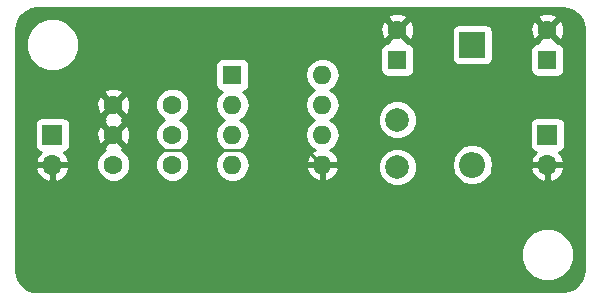
<source format=gbr>
G04 #@! TF.GenerationSoftware,KiCad,Pcbnew,(5.0.2)-1*
G04 #@! TF.CreationDate,2020-01-31T21:18:01-08:00*
G04 #@! TF.ProjectId,Sienc2020,5369656e-6332-4303-9230-2e6b69636164,rev?*
G04 #@! TF.SameCoordinates,Original*
G04 #@! TF.FileFunction,Copper,L2,Bot*
G04 #@! TF.FilePolarity,Positive*
%FSLAX46Y46*%
G04 Gerber Fmt 4.6, Leading zero omitted, Abs format (unit mm)*
G04 Created by KiCad (PCBNEW (5.0.2)-1) date 31-Jan-20 21:18:01*
%MOMM*%
%LPD*%
G01*
G04 APERTURE LIST*
G04 #@! TA.AperFunction,ComponentPad*
%ADD10R,1.600000X1.600000*%
G04 #@! TD*
G04 #@! TA.AperFunction,ComponentPad*
%ADD11O,1.600000X1.600000*%
G04 #@! TD*
G04 #@! TA.AperFunction,ComponentPad*
%ADD12C,2.000000*%
G04 #@! TD*
G04 #@! TA.AperFunction,ComponentPad*
%ADD13C,1.600000*%
G04 #@! TD*
G04 #@! TA.AperFunction,ComponentPad*
%ADD14R,2.200000X2.200000*%
G04 #@! TD*
G04 #@! TA.AperFunction,ComponentPad*
%ADD15O,2.200000X2.200000*%
G04 #@! TD*
G04 #@! TA.AperFunction,ComponentPad*
%ADD16R,1.700000X1.700000*%
G04 #@! TD*
G04 #@! TA.AperFunction,ComponentPad*
%ADD17O,1.700000X1.700000*%
G04 #@! TD*
G04 #@! TA.AperFunction,Conductor*
%ADD18C,0.250000*%
G04 #@! TD*
G04 #@! TA.AperFunction,Conductor*
%ADD19C,0.254000*%
G04 #@! TD*
G04 APERTURE END LIST*
D10*
G04 #@! TO.P,U1,1*
G04 #@! TO.N,Net-(C1-Pad1)*
X111760000Y-71120000D03*
D11*
G04 #@! TO.P,U1,5*
G04 #@! TO.N,GND*
X119380000Y-78740000D03*
G04 #@! TO.P,U1,2*
G04 #@! TO.N,Net-(C2-Pad1)*
X111760000Y-73660000D03*
G04 #@! TO.P,U1,6*
G04 #@! TO.N,Net-(D1-Pad2)*
X119380000Y-76200000D03*
G04 #@! TO.P,U1,3*
G04 #@! TO.N,Net-(C3-Pad1)*
X111760000Y-76200000D03*
G04 #@! TO.P,U1,7*
G04 #@! TO.N,Net-(C4-Pad2)*
X119380000Y-73660000D03*
G04 #@! TO.P,U1,4*
G04 #@! TO.N,Net-(C4-Pad1)*
X111760000Y-78740000D03*
G04 #@! TO.P,U1,8*
G04 #@! TO.N,Net-(C1-Pad1)*
X119380000Y-71120000D03*
G04 #@! TD*
D12*
G04 #@! TO.P,L1,1*
G04 #@! TO.N,Net-(C1-Pad1)*
X125730000Y-74930000D03*
G04 #@! TO.P,L1,2*
G04 #@! TO.N,Net-(D1-Pad2)*
X125730000Y-78930000D03*
G04 #@! TD*
D13*
G04 #@! TO.P,C1,2*
G04 #@! TO.N,GND*
X125730000Y-67350000D03*
D10*
G04 #@! TO.P,C1,1*
G04 #@! TO.N,Net-(C1-Pad1)*
X125730000Y-69850000D03*
G04 #@! TD*
G04 #@! TO.P,C5,1*
G04 #@! TO.N,Net-(C4-Pad2)*
X138430000Y-69850000D03*
D13*
G04 #@! TO.P,C5,2*
G04 #@! TO.N,GND*
X138430000Y-67350000D03*
G04 #@! TD*
D14*
G04 #@! TO.P,D1,1*
G04 #@! TO.N,Net-(C4-Pad2)*
X132080000Y-68580000D03*
D15*
G04 #@! TO.P,D1,2*
G04 #@! TO.N,Net-(D1-Pad2)*
X132080000Y-78740000D03*
G04 #@! TD*
D13*
G04 #@! TO.P,C2,1*
G04 #@! TO.N,Net-(C2-Pad1)*
X106680000Y-73660000D03*
G04 #@! TO.P,C2,2*
G04 #@! TO.N,GND*
X101680000Y-73660000D03*
G04 #@! TD*
G04 #@! TO.P,C3,2*
G04 #@! TO.N,GND*
X101680000Y-76200000D03*
G04 #@! TO.P,C3,1*
G04 #@! TO.N,Net-(C3-Pad1)*
X106680000Y-76200000D03*
G04 #@! TD*
G04 #@! TO.P,C4,1*
G04 #@! TO.N,Net-(C4-Pad1)*
X106680000Y-78740000D03*
G04 #@! TO.P,C4,2*
G04 #@! TO.N,Net-(C4-Pad2)*
X101680000Y-78740000D03*
G04 #@! TD*
D16*
G04 #@! TO.P,J1,1*
G04 #@! TO.N,Net-(C1-Pad1)*
X96520000Y-76200000D03*
D17*
G04 #@! TO.P,J1,2*
G04 #@! TO.N,GND*
X96520000Y-78740000D03*
G04 #@! TD*
G04 #@! TO.P,J2,2*
G04 #@! TO.N,GND*
X138430000Y-78740000D03*
D16*
G04 #@! TO.P,J2,1*
G04 #@! TO.N,Net-(C4-Pad2)*
X138430000Y-76200000D03*
G04 #@! TD*
D18*
G04 #@! TO.N,GND*
X101680000Y-76200000D02*
X100880001Y-75400001D01*
X100880001Y-74459999D02*
X101680000Y-73660000D01*
X100880001Y-75400001D02*
X100880001Y-74459999D01*
X102950000Y-77470000D02*
X101680000Y-76200000D01*
X119380000Y-78740000D02*
X118110000Y-77470000D01*
X115570000Y-77470000D02*
X115570000Y-69215000D01*
X115570000Y-77470000D02*
X102950000Y-77470000D01*
X118110000Y-77470000D02*
X115570000Y-77470000D01*
X115570000Y-69215000D02*
X123865000Y-69215000D01*
X124500000Y-68580000D02*
X125730000Y-67350000D01*
X123865000Y-69215000D02*
X124500000Y-68580000D01*
X137120000Y-66040000D02*
X138430000Y-67350000D01*
X127040000Y-66040000D02*
X125730000Y-67350000D01*
X131445000Y-66040000D02*
X127040000Y-66040000D01*
X131445000Y-66040000D02*
X137120000Y-66040000D01*
X140335000Y-69255000D02*
X138430000Y-67350000D01*
X138430000Y-78740000D02*
X140335000Y-78740000D01*
X140335000Y-78740000D02*
X140335000Y-69255000D01*
X99695000Y-75400001D02*
X100880001Y-75400001D01*
X99695000Y-77470000D02*
X99695000Y-75400001D01*
X96520000Y-78740000D02*
X98425000Y-78740000D01*
X98425000Y-78740000D02*
X99695000Y-77470000D01*
G04 #@! TD*
D19*
G04 #@! TO.N,GND*
G36*
X140153698Y-65542958D02*
X140578893Y-65711305D01*
X140948858Y-65980101D01*
X141240356Y-66332462D01*
X141435067Y-66746244D01*
X141527093Y-67228662D01*
X141530001Y-67321195D01*
X141530000Y-87585333D01*
X141467042Y-88083699D01*
X141298697Y-88508889D01*
X141029899Y-88878859D01*
X140677541Y-89170355D01*
X140263756Y-89365067D01*
X139781339Y-89457093D01*
X139688836Y-89460000D01*
X95294667Y-89460000D01*
X94796301Y-89397042D01*
X94371111Y-89228697D01*
X94001141Y-88959899D01*
X93709645Y-88607541D01*
X93514933Y-88193756D01*
X93422907Y-87711339D01*
X93420000Y-87618836D01*
X93420000Y-85915431D01*
X136195000Y-85915431D01*
X136195000Y-86804569D01*
X136535259Y-87626026D01*
X137163974Y-88254741D01*
X137985431Y-88595000D01*
X138874569Y-88595000D01*
X139696026Y-88254741D01*
X140324741Y-87626026D01*
X140665000Y-86804569D01*
X140665000Y-85915431D01*
X140324741Y-85093974D01*
X139696026Y-84465259D01*
X138874569Y-84125000D01*
X137985431Y-84125000D01*
X137163974Y-84465259D01*
X136535259Y-85093974D01*
X136195000Y-85915431D01*
X93420000Y-85915431D01*
X93420000Y-79096890D01*
X95078524Y-79096890D01*
X95248355Y-79506924D01*
X95638642Y-79935183D01*
X96163108Y-80181486D01*
X96393000Y-80060819D01*
X96393000Y-78867000D01*
X96647000Y-78867000D01*
X96647000Y-80060819D01*
X96876892Y-80181486D01*
X97401358Y-79935183D01*
X97791645Y-79506924D01*
X97961476Y-79096890D01*
X97840155Y-78867000D01*
X96647000Y-78867000D01*
X96393000Y-78867000D01*
X95199845Y-78867000D01*
X95078524Y-79096890D01*
X93420000Y-79096890D01*
X93420000Y-75350000D01*
X95022560Y-75350000D01*
X95022560Y-77050000D01*
X95071843Y-77297765D01*
X95212191Y-77507809D01*
X95422235Y-77648157D01*
X95525708Y-77668739D01*
X95248355Y-77973076D01*
X95078524Y-78383110D01*
X95199845Y-78613000D01*
X96393000Y-78613000D01*
X96393000Y-78593000D01*
X96647000Y-78593000D01*
X96647000Y-78613000D01*
X97840155Y-78613000D01*
X97923768Y-78454561D01*
X100245000Y-78454561D01*
X100245000Y-79025439D01*
X100463466Y-79552862D01*
X100867138Y-79956534D01*
X101394561Y-80175000D01*
X101965439Y-80175000D01*
X102492862Y-79956534D01*
X102896534Y-79552862D01*
X103115000Y-79025439D01*
X103115000Y-78454561D01*
X102896534Y-77927138D01*
X102492862Y-77523466D01*
X102379417Y-77476475D01*
X102434005Y-77453864D01*
X102508139Y-77207745D01*
X101680000Y-76379605D01*
X100851861Y-77207745D01*
X100925995Y-77453864D01*
X100984448Y-77474874D01*
X100867138Y-77523466D01*
X100463466Y-77927138D01*
X100245000Y-78454561D01*
X97923768Y-78454561D01*
X97961476Y-78383110D01*
X97791645Y-77973076D01*
X97514292Y-77668739D01*
X97617765Y-77648157D01*
X97827809Y-77507809D01*
X97968157Y-77297765D01*
X98017440Y-77050000D01*
X98017440Y-75983223D01*
X100233035Y-75983223D01*
X100260222Y-76553454D01*
X100426136Y-76954005D01*
X100672255Y-77028139D01*
X101500395Y-76200000D01*
X101859605Y-76200000D01*
X102687745Y-77028139D01*
X102933864Y-76954005D01*
X103126965Y-76416777D01*
X103099778Y-75846546D01*
X102933864Y-75445995D01*
X102687745Y-75371861D01*
X101859605Y-76200000D01*
X101500395Y-76200000D01*
X100672255Y-75371861D01*
X100426136Y-75445995D01*
X100233035Y-75983223D01*
X98017440Y-75983223D01*
X98017440Y-75350000D01*
X97968157Y-75102235D01*
X97827809Y-74892191D01*
X97617765Y-74751843D01*
X97370000Y-74702560D01*
X95670000Y-74702560D01*
X95422235Y-74751843D01*
X95212191Y-74892191D01*
X95071843Y-75102235D01*
X95022560Y-75350000D01*
X93420000Y-75350000D01*
X93420000Y-74667745D01*
X100851861Y-74667745D01*
X100925995Y-74913864D01*
X100967709Y-74928858D01*
X100925995Y-74946136D01*
X100851861Y-75192255D01*
X101680000Y-76020395D01*
X102508139Y-75192255D01*
X102434005Y-74946136D01*
X102392291Y-74931142D01*
X102434005Y-74913864D01*
X102508139Y-74667745D01*
X101680000Y-73839605D01*
X100851861Y-74667745D01*
X93420000Y-74667745D01*
X93420000Y-73443223D01*
X100233035Y-73443223D01*
X100260222Y-74013454D01*
X100426136Y-74414005D01*
X100672255Y-74488139D01*
X101500395Y-73660000D01*
X101859605Y-73660000D01*
X102687745Y-74488139D01*
X102933864Y-74414005D01*
X103126965Y-73876777D01*
X103103021Y-73374561D01*
X105245000Y-73374561D01*
X105245000Y-73945439D01*
X105463466Y-74472862D01*
X105867138Y-74876534D01*
X105996216Y-74930000D01*
X105867138Y-74983466D01*
X105463466Y-75387138D01*
X105245000Y-75914561D01*
X105245000Y-76485439D01*
X105463466Y-77012862D01*
X105867138Y-77416534D01*
X105996216Y-77470000D01*
X105867138Y-77523466D01*
X105463466Y-77927138D01*
X105245000Y-78454561D01*
X105245000Y-79025439D01*
X105463466Y-79552862D01*
X105867138Y-79956534D01*
X106394561Y-80175000D01*
X106965439Y-80175000D01*
X107492862Y-79956534D01*
X107896534Y-79552862D01*
X108115000Y-79025439D01*
X108115000Y-78454561D01*
X107896534Y-77927138D01*
X107492862Y-77523466D01*
X107363784Y-77470000D01*
X107492862Y-77416534D01*
X107896534Y-77012862D01*
X108115000Y-76485439D01*
X108115000Y-75914561D01*
X107896534Y-75387138D01*
X107492862Y-74983466D01*
X107363784Y-74930000D01*
X107492862Y-74876534D01*
X107896534Y-74472862D01*
X108115000Y-73945439D01*
X108115000Y-73660000D01*
X110296887Y-73660000D01*
X110408260Y-74219909D01*
X110725423Y-74694577D01*
X111077758Y-74930000D01*
X110725423Y-75165423D01*
X110408260Y-75640091D01*
X110296887Y-76200000D01*
X110408260Y-76759909D01*
X110725423Y-77234577D01*
X111077758Y-77470000D01*
X110725423Y-77705423D01*
X110408260Y-78180091D01*
X110296887Y-78740000D01*
X110408260Y-79299909D01*
X110725423Y-79774577D01*
X111200091Y-80091740D01*
X111618667Y-80175000D01*
X111901333Y-80175000D01*
X112319909Y-80091740D01*
X112794577Y-79774577D01*
X113111740Y-79299909D01*
X113153684Y-79089039D01*
X117988096Y-79089039D01*
X118148959Y-79477423D01*
X118524866Y-79892389D01*
X119030959Y-80131914D01*
X119253000Y-80010629D01*
X119253000Y-78867000D01*
X119507000Y-78867000D01*
X119507000Y-80010629D01*
X119729041Y-80131914D01*
X120235134Y-79892389D01*
X120611041Y-79477423D01*
X120771904Y-79089039D01*
X120649915Y-78867000D01*
X119507000Y-78867000D01*
X119253000Y-78867000D01*
X118110085Y-78867000D01*
X117988096Y-79089039D01*
X113153684Y-79089039D01*
X113223113Y-78740000D01*
X113111740Y-78180091D01*
X112794577Y-77705423D01*
X112442242Y-77470000D01*
X112794577Y-77234577D01*
X113111740Y-76759909D01*
X113223113Y-76200000D01*
X113111740Y-75640091D01*
X112794577Y-75165423D01*
X112442242Y-74930000D01*
X112794577Y-74694577D01*
X113111740Y-74219909D01*
X113223113Y-73660000D01*
X113111740Y-73100091D01*
X112794577Y-72625423D01*
X112673894Y-72544785D01*
X112807765Y-72518157D01*
X113017809Y-72377809D01*
X113158157Y-72167765D01*
X113207440Y-71920000D01*
X113207440Y-71120000D01*
X117916887Y-71120000D01*
X118028260Y-71679909D01*
X118345423Y-72154577D01*
X118697758Y-72390000D01*
X118345423Y-72625423D01*
X118028260Y-73100091D01*
X117916887Y-73660000D01*
X118028260Y-74219909D01*
X118345423Y-74694577D01*
X118697758Y-74930000D01*
X118345423Y-75165423D01*
X118028260Y-75640091D01*
X117916887Y-76200000D01*
X118028260Y-76759909D01*
X118345423Y-77234577D01*
X118729108Y-77490947D01*
X118524866Y-77587611D01*
X118148959Y-78002577D01*
X117988096Y-78390961D01*
X118110085Y-78613000D01*
X119253000Y-78613000D01*
X119253000Y-78593000D01*
X119507000Y-78593000D01*
X119507000Y-78613000D01*
X120649915Y-78613000D01*
X120654432Y-78604778D01*
X124095000Y-78604778D01*
X124095000Y-79255222D01*
X124343914Y-79856153D01*
X124803847Y-80316086D01*
X125404778Y-80565000D01*
X126055222Y-80565000D01*
X126656153Y-80316086D01*
X127116086Y-79856153D01*
X127365000Y-79255222D01*
X127365000Y-78740000D01*
X130311010Y-78740000D01*
X130445666Y-79416963D01*
X130829135Y-79990865D01*
X131403037Y-80374334D01*
X131909120Y-80475000D01*
X132250880Y-80475000D01*
X132756963Y-80374334D01*
X133330865Y-79990865D01*
X133714334Y-79416963D01*
X133778000Y-79096890D01*
X136988524Y-79096890D01*
X137158355Y-79506924D01*
X137548642Y-79935183D01*
X138073108Y-80181486D01*
X138303000Y-80060819D01*
X138303000Y-78867000D01*
X138557000Y-78867000D01*
X138557000Y-80060819D01*
X138786892Y-80181486D01*
X139311358Y-79935183D01*
X139701645Y-79506924D01*
X139871476Y-79096890D01*
X139750155Y-78867000D01*
X138557000Y-78867000D01*
X138303000Y-78867000D01*
X137109845Y-78867000D01*
X136988524Y-79096890D01*
X133778000Y-79096890D01*
X133848990Y-78740000D01*
X133714334Y-78063037D01*
X133330865Y-77489135D01*
X132756963Y-77105666D01*
X132250880Y-77005000D01*
X131909120Y-77005000D01*
X131403037Y-77105666D01*
X130829135Y-77489135D01*
X130445666Y-78063037D01*
X130311010Y-78740000D01*
X127365000Y-78740000D01*
X127365000Y-78604778D01*
X127116086Y-78003847D01*
X126656153Y-77543914D01*
X126055222Y-77295000D01*
X125404778Y-77295000D01*
X124803847Y-77543914D01*
X124343914Y-78003847D01*
X124095000Y-78604778D01*
X120654432Y-78604778D01*
X120771904Y-78390961D01*
X120611041Y-78002577D01*
X120235134Y-77587611D01*
X120030892Y-77490947D01*
X120414577Y-77234577D01*
X120731740Y-76759909D01*
X120843113Y-76200000D01*
X120731740Y-75640091D01*
X120414577Y-75165423D01*
X120062242Y-74930000D01*
X120414577Y-74694577D01*
X120474578Y-74604778D01*
X124095000Y-74604778D01*
X124095000Y-75255222D01*
X124343914Y-75856153D01*
X124803847Y-76316086D01*
X125404778Y-76565000D01*
X126055222Y-76565000D01*
X126656153Y-76316086D01*
X127116086Y-75856153D01*
X127325741Y-75350000D01*
X136932560Y-75350000D01*
X136932560Y-77050000D01*
X136981843Y-77297765D01*
X137122191Y-77507809D01*
X137332235Y-77648157D01*
X137435708Y-77668739D01*
X137158355Y-77973076D01*
X136988524Y-78383110D01*
X137109845Y-78613000D01*
X138303000Y-78613000D01*
X138303000Y-78593000D01*
X138557000Y-78593000D01*
X138557000Y-78613000D01*
X139750155Y-78613000D01*
X139871476Y-78383110D01*
X139701645Y-77973076D01*
X139424292Y-77668739D01*
X139527765Y-77648157D01*
X139737809Y-77507809D01*
X139878157Y-77297765D01*
X139927440Y-77050000D01*
X139927440Y-75350000D01*
X139878157Y-75102235D01*
X139737809Y-74892191D01*
X139527765Y-74751843D01*
X139280000Y-74702560D01*
X137580000Y-74702560D01*
X137332235Y-74751843D01*
X137122191Y-74892191D01*
X136981843Y-75102235D01*
X136932560Y-75350000D01*
X127325741Y-75350000D01*
X127365000Y-75255222D01*
X127365000Y-74604778D01*
X127116086Y-74003847D01*
X126656153Y-73543914D01*
X126055222Y-73295000D01*
X125404778Y-73295000D01*
X124803847Y-73543914D01*
X124343914Y-74003847D01*
X124095000Y-74604778D01*
X120474578Y-74604778D01*
X120731740Y-74219909D01*
X120843113Y-73660000D01*
X120731740Y-73100091D01*
X120414577Y-72625423D01*
X120062242Y-72390000D01*
X120414577Y-72154577D01*
X120731740Y-71679909D01*
X120843113Y-71120000D01*
X120731740Y-70560091D01*
X120414577Y-70085423D01*
X119939909Y-69768260D01*
X119521333Y-69685000D01*
X119238667Y-69685000D01*
X118820091Y-69768260D01*
X118345423Y-70085423D01*
X118028260Y-70560091D01*
X117916887Y-71120000D01*
X113207440Y-71120000D01*
X113207440Y-70320000D01*
X113158157Y-70072235D01*
X113017809Y-69862191D01*
X112807765Y-69721843D01*
X112560000Y-69672560D01*
X110960000Y-69672560D01*
X110712235Y-69721843D01*
X110502191Y-69862191D01*
X110361843Y-70072235D01*
X110312560Y-70320000D01*
X110312560Y-71920000D01*
X110361843Y-72167765D01*
X110502191Y-72377809D01*
X110712235Y-72518157D01*
X110846106Y-72544785D01*
X110725423Y-72625423D01*
X110408260Y-73100091D01*
X110296887Y-73660000D01*
X108115000Y-73660000D01*
X108115000Y-73374561D01*
X107896534Y-72847138D01*
X107492862Y-72443466D01*
X106965439Y-72225000D01*
X106394561Y-72225000D01*
X105867138Y-72443466D01*
X105463466Y-72847138D01*
X105245000Y-73374561D01*
X103103021Y-73374561D01*
X103099778Y-73306546D01*
X102933864Y-72905995D01*
X102687745Y-72831861D01*
X101859605Y-73660000D01*
X101500395Y-73660000D01*
X100672255Y-72831861D01*
X100426136Y-72905995D01*
X100233035Y-73443223D01*
X93420000Y-73443223D01*
X93420000Y-72652255D01*
X100851861Y-72652255D01*
X101680000Y-73480395D01*
X102508139Y-72652255D01*
X102434005Y-72406136D01*
X101896777Y-72213035D01*
X101326546Y-72240222D01*
X100925995Y-72406136D01*
X100851861Y-72652255D01*
X93420000Y-72652255D01*
X93420000Y-68135431D01*
X94285000Y-68135431D01*
X94285000Y-69024569D01*
X94625259Y-69846026D01*
X95253974Y-70474741D01*
X96075431Y-70815000D01*
X96964569Y-70815000D01*
X97786026Y-70474741D01*
X98414741Y-69846026D01*
X98744466Y-69050000D01*
X124282560Y-69050000D01*
X124282560Y-70650000D01*
X124331843Y-70897765D01*
X124472191Y-71107809D01*
X124682235Y-71248157D01*
X124930000Y-71297440D01*
X126530000Y-71297440D01*
X126777765Y-71248157D01*
X126987809Y-71107809D01*
X127128157Y-70897765D01*
X127177440Y-70650000D01*
X127177440Y-69050000D01*
X127128157Y-68802235D01*
X126987809Y-68592191D01*
X126777765Y-68451843D01*
X126543813Y-68405307D01*
X126558139Y-68357745D01*
X125730000Y-67529605D01*
X124901861Y-68357745D01*
X124916187Y-68405307D01*
X124682235Y-68451843D01*
X124472191Y-68592191D01*
X124331843Y-68802235D01*
X124282560Y-69050000D01*
X98744466Y-69050000D01*
X98755000Y-69024569D01*
X98755000Y-68135431D01*
X98414741Y-67313974D01*
X98233990Y-67133223D01*
X124283035Y-67133223D01*
X124310222Y-67703454D01*
X124476136Y-68104005D01*
X124722255Y-68178139D01*
X125550395Y-67350000D01*
X125909605Y-67350000D01*
X126737745Y-68178139D01*
X126983864Y-68104005D01*
X127176965Y-67566777D01*
X127172828Y-67480000D01*
X130332560Y-67480000D01*
X130332560Y-69680000D01*
X130381843Y-69927765D01*
X130522191Y-70137809D01*
X130732235Y-70278157D01*
X130980000Y-70327440D01*
X133180000Y-70327440D01*
X133427765Y-70278157D01*
X133637809Y-70137809D01*
X133778157Y-69927765D01*
X133827440Y-69680000D01*
X133827440Y-69050000D01*
X136982560Y-69050000D01*
X136982560Y-70650000D01*
X137031843Y-70897765D01*
X137172191Y-71107809D01*
X137382235Y-71248157D01*
X137630000Y-71297440D01*
X139230000Y-71297440D01*
X139477765Y-71248157D01*
X139687809Y-71107809D01*
X139828157Y-70897765D01*
X139877440Y-70650000D01*
X139877440Y-69050000D01*
X139828157Y-68802235D01*
X139687809Y-68592191D01*
X139477765Y-68451843D01*
X139243813Y-68405307D01*
X139258139Y-68357745D01*
X138430000Y-67529605D01*
X137601861Y-68357745D01*
X137616187Y-68405307D01*
X137382235Y-68451843D01*
X137172191Y-68592191D01*
X137031843Y-68802235D01*
X136982560Y-69050000D01*
X133827440Y-69050000D01*
X133827440Y-67480000D01*
X133778157Y-67232235D01*
X133711999Y-67133223D01*
X136983035Y-67133223D01*
X137010222Y-67703454D01*
X137176136Y-68104005D01*
X137422255Y-68178139D01*
X138250395Y-67350000D01*
X138609605Y-67350000D01*
X139437745Y-68178139D01*
X139683864Y-68104005D01*
X139876965Y-67566777D01*
X139849778Y-66996546D01*
X139683864Y-66595995D01*
X139437745Y-66521861D01*
X138609605Y-67350000D01*
X138250395Y-67350000D01*
X137422255Y-66521861D01*
X137176136Y-66595995D01*
X136983035Y-67133223D01*
X133711999Y-67133223D01*
X133637809Y-67022191D01*
X133427765Y-66881843D01*
X133180000Y-66832560D01*
X130980000Y-66832560D01*
X130732235Y-66881843D01*
X130522191Y-67022191D01*
X130381843Y-67232235D01*
X130332560Y-67480000D01*
X127172828Y-67480000D01*
X127149778Y-66996546D01*
X126983864Y-66595995D01*
X126737745Y-66521861D01*
X125909605Y-67350000D01*
X125550395Y-67350000D01*
X124722255Y-66521861D01*
X124476136Y-66595995D01*
X124283035Y-67133223D01*
X98233990Y-67133223D01*
X97786026Y-66685259D01*
X96964569Y-66345000D01*
X96075431Y-66345000D01*
X95253974Y-66685259D01*
X94625259Y-67313974D01*
X94285000Y-68135431D01*
X93420000Y-68135431D01*
X93420000Y-67354666D01*
X93482958Y-66856302D01*
X93651305Y-66431107D01*
X93715859Y-66342255D01*
X124901861Y-66342255D01*
X125730000Y-67170395D01*
X126558139Y-66342255D01*
X137601861Y-66342255D01*
X138430000Y-67170395D01*
X139258139Y-66342255D01*
X139184005Y-66096136D01*
X138646777Y-65903035D01*
X138076546Y-65930222D01*
X137675995Y-66096136D01*
X137601861Y-66342255D01*
X126558139Y-66342255D01*
X126484005Y-66096136D01*
X125946777Y-65903035D01*
X125376546Y-65930222D01*
X124975995Y-66096136D01*
X124901861Y-66342255D01*
X93715859Y-66342255D01*
X93920101Y-66061142D01*
X94272462Y-65769644D01*
X94686244Y-65574933D01*
X95168662Y-65482907D01*
X95261164Y-65480000D01*
X139655334Y-65480000D01*
X140153698Y-65542958D01*
X140153698Y-65542958D01*
G37*
X140153698Y-65542958D02*
X140578893Y-65711305D01*
X140948858Y-65980101D01*
X141240356Y-66332462D01*
X141435067Y-66746244D01*
X141527093Y-67228662D01*
X141530001Y-67321195D01*
X141530000Y-87585333D01*
X141467042Y-88083699D01*
X141298697Y-88508889D01*
X141029899Y-88878859D01*
X140677541Y-89170355D01*
X140263756Y-89365067D01*
X139781339Y-89457093D01*
X139688836Y-89460000D01*
X95294667Y-89460000D01*
X94796301Y-89397042D01*
X94371111Y-89228697D01*
X94001141Y-88959899D01*
X93709645Y-88607541D01*
X93514933Y-88193756D01*
X93422907Y-87711339D01*
X93420000Y-87618836D01*
X93420000Y-85915431D01*
X136195000Y-85915431D01*
X136195000Y-86804569D01*
X136535259Y-87626026D01*
X137163974Y-88254741D01*
X137985431Y-88595000D01*
X138874569Y-88595000D01*
X139696026Y-88254741D01*
X140324741Y-87626026D01*
X140665000Y-86804569D01*
X140665000Y-85915431D01*
X140324741Y-85093974D01*
X139696026Y-84465259D01*
X138874569Y-84125000D01*
X137985431Y-84125000D01*
X137163974Y-84465259D01*
X136535259Y-85093974D01*
X136195000Y-85915431D01*
X93420000Y-85915431D01*
X93420000Y-79096890D01*
X95078524Y-79096890D01*
X95248355Y-79506924D01*
X95638642Y-79935183D01*
X96163108Y-80181486D01*
X96393000Y-80060819D01*
X96393000Y-78867000D01*
X96647000Y-78867000D01*
X96647000Y-80060819D01*
X96876892Y-80181486D01*
X97401358Y-79935183D01*
X97791645Y-79506924D01*
X97961476Y-79096890D01*
X97840155Y-78867000D01*
X96647000Y-78867000D01*
X96393000Y-78867000D01*
X95199845Y-78867000D01*
X95078524Y-79096890D01*
X93420000Y-79096890D01*
X93420000Y-75350000D01*
X95022560Y-75350000D01*
X95022560Y-77050000D01*
X95071843Y-77297765D01*
X95212191Y-77507809D01*
X95422235Y-77648157D01*
X95525708Y-77668739D01*
X95248355Y-77973076D01*
X95078524Y-78383110D01*
X95199845Y-78613000D01*
X96393000Y-78613000D01*
X96393000Y-78593000D01*
X96647000Y-78593000D01*
X96647000Y-78613000D01*
X97840155Y-78613000D01*
X97923768Y-78454561D01*
X100245000Y-78454561D01*
X100245000Y-79025439D01*
X100463466Y-79552862D01*
X100867138Y-79956534D01*
X101394561Y-80175000D01*
X101965439Y-80175000D01*
X102492862Y-79956534D01*
X102896534Y-79552862D01*
X103115000Y-79025439D01*
X103115000Y-78454561D01*
X102896534Y-77927138D01*
X102492862Y-77523466D01*
X102379417Y-77476475D01*
X102434005Y-77453864D01*
X102508139Y-77207745D01*
X101680000Y-76379605D01*
X100851861Y-77207745D01*
X100925995Y-77453864D01*
X100984448Y-77474874D01*
X100867138Y-77523466D01*
X100463466Y-77927138D01*
X100245000Y-78454561D01*
X97923768Y-78454561D01*
X97961476Y-78383110D01*
X97791645Y-77973076D01*
X97514292Y-77668739D01*
X97617765Y-77648157D01*
X97827809Y-77507809D01*
X97968157Y-77297765D01*
X98017440Y-77050000D01*
X98017440Y-75983223D01*
X100233035Y-75983223D01*
X100260222Y-76553454D01*
X100426136Y-76954005D01*
X100672255Y-77028139D01*
X101500395Y-76200000D01*
X101859605Y-76200000D01*
X102687745Y-77028139D01*
X102933864Y-76954005D01*
X103126965Y-76416777D01*
X103099778Y-75846546D01*
X102933864Y-75445995D01*
X102687745Y-75371861D01*
X101859605Y-76200000D01*
X101500395Y-76200000D01*
X100672255Y-75371861D01*
X100426136Y-75445995D01*
X100233035Y-75983223D01*
X98017440Y-75983223D01*
X98017440Y-75350000D01*
X97968157Y-75102235D01*
X97827809Y-74892191D01*
X97617765Y-74751843D01*
X97370000Y-74702560D01*
X95670000Y-74702560D01*
X95422235Y-74751843D01*
X95212191Y-74892191D01*
X95071843Y-75102235D01*
X95022560Y-75350000D01*
X93420000Y-75350000D01*
X93420000Y-74667745D01*
X100851861Y-74667745D01*
X100925995Y-74913864D01*
X100967709Y-74928858D01*
X100925995Y-74946136D01*
X100851861Y-75192255D01*
X101680000Y-76020395D01*
X102508139Y-75192255D01*
X102434005Y-74946136D01*
X102392291Y-74931142D01*
X102434005Y-74913864D01*
X102508139Y-74667745D01*
X101680000Y-73839605D01*
X100851861Y-74667745D01*
X93420000Y-74667745D01*
X93420000Y-73443223D01*
X100233035Y-73443223D01*
X100260222Y-74013454D01*
X100426136Y-74414005D01*
X100672255Y-74488139D01*
X101500395Y-73660000D01*
X101859605Y-73660000D01*
X102687745Y-74488139D01*
X102933864Y-74414005D01*
X103126965Y-73876777D01*
X103103021Y-73374561D01*
X105245000Y-73374561D01*
X105245000Y-73945439D01*
X105463466Y-74472862D01*
X105867138Y-74876534D01*
X105996216Y-74930000D01*
X105867138Y-74983466D01*
X105463466Y-75387138D01*
X105245000Y-75914561D01*
X105245000Y-76485439D01*
X105463466Y-77012862D01*
X105867138Y-77416534D01*
X105996216Y-77470000D01*
X105867138Y-77523466D01*
X105463466Y-77927138D01*
X105245000Y-78454561D01*
X105245000Y-79025439D01*
X105463466Y-79552862D01*
X105867138Y-79956534D01*
X106394561Y-80175000D01*
X106965439Y-80175000D01*
X107492862Y-79956534D01*
X107896534Y-79552862D01*
X108115000Y-79025439D01*
X108115000Y-78454561D01*
X107896534Y-77927138D01*
X107492862Y-77523466D01*
X107363784Y-77470000D01*
X107492862Y-77416534D01*
X107896534Y-77012862D01*
X108115000Y-76485439D01*
X108115000Y-75914561D01*
X107896534Y-75387138D01*
X107492862Y-74983466D01*
X107363784Y-74930000D01*
X107492862Y-74876534D01*
X107896534Y-74472862D01*
X108115000Y-73945439D01*
X108115000Y-73660000D01*
X110296887Y-73660000D01*
X110408260Y-74219909D01*
X110725423Y-74694577D01*
X111077758Y-74930000D01*
X110725423Y-75165423D01*
X110408260Y-75640091D01*
X110296887Y-76200000D01*
X110408260Y-76759909D01*
X110725423Y-77234577D01*
X111077758Y-77470000D01*
X110725423Y-77705423D01*
X110408260Y-78180091D01*
X110296887Y-78740000D01*
X110408260Y-79299909D01*
X110725423Y-79774577D01*
X111200091Y-80091740D01*
X111618667Y-80175000D01*
X111901333Y-80175000D01*
X112319909Y-80091740D01*
X112794577Y-79774577D01*
X113111740Y-79299909D01*
X113153684Y-79089039D01*
X117988096Y-79089039D01*
X118148959Y-79477423D01*
X118524866Y-79892389D01*
X119030959Y-80131914D01*
X119253000Y-80010629D01*
X119253000Y-78867000D01*
X119507000Y-78867000D01*
X119507000Y-80010629D01*
X119729041Y-80131914D01*
X120235134Y-79892389D01*
X120611041Y-79477423D01*
X120771904Y-79089039D01*
X120649915Y-78867000D01*
X119507000Y-78867000D01*
X119253000Y-78867000D01*
X118110085Y-78867000D01*
X117988096Y-79089039D01*
X113153684Y-79089039D01*
X113223113Y-78740000D01*
X113111740Y-78180091D01*
X112794577Y-77705423D01*
X112442242Y-77470000D01*
X112794577Y-77234577D01*
X113111740Y-76759909D01*
X113223113Y-76200000D01*
X113111740Y-75640091D01*
X112794577Y-75165423D01*
X112442242Y-74930000D01*
X112794577Y-74694577D01*
X113111740Y-74219909D01*
X113223113Y-73660000D01*
X113111740Y-73100091D01*
X112794577Y-72625423D01*
X112673894Y-72544785D01*
X112807765Y-72518157D01*
X113017809Y-72377809D01*
X113158157Y-72167765D01*
X113207440Y-71920000D01*
X113207440Y-71120000D01*
X117916887Y-71120000D01*
X118028260Y-71679909D01*
X118345423Y-72154577D01*
X118697758Y-72390000D01*
X118345423Y-72625423D01*
X118028260Y-73100091D01*
X117916887Y-73660000D01*
X118028260Y-74219909D01*
X118345423Y-74694577D01*
X118697758Y-74930000D01*
X118345423Y-75165423D01*
X118028260Y-75640091D01*
X117916887Y-76200000D01*
X118028260Y-76759909D01*
X118345423Y-77234577D01*
X118729108Y-77490947D01*
X118524866Y-77587611D01*
X118148959Y-78002577D01*
X117988096Y-78390961D01*
X118110085Y-78613000D01*
X119253000Y-78613000D01*
X119253000Y-78593000D01*
X119507000Y-78593000D01*
X119507000Y-78613000D01*
X120649915Y-78613000D01*
X120654432Y-78604778D01*
X124095000Y-78604778D01*
X124095000Y-79255222D01*
X124343914Y-79856153D01*
X124803847Y-80316086D01*
X125404778Y-80565000D01*
X126055222Y-80565000D01*
X126656153Y-80316086D01*
X127116086Y-79856153D01*
X127365000Y-79255222D01*
X127365000Y-78740000D01*
X130311010Y-78740000D01*
X130445666Y-79416963D01*
X130829135Y-79990865D01*
X131403037Y-80374334D01*
X131909120Y-80475000D01*
X132250880Y-80475000D01*
X132756963Y-80374334D01*
X133330865Y-79990865D01*
X133714334Y-79416963D01*
X133778000Y-79096890D01*
X136988524Y-79096890D01*
X137158355Y-79506924D01*
X137548642Y-79935183D01*
X138073108Y-80181486D01*
X138303000Y-80060819D01*
X138303000Y-78867000D01*
X138557000Y-78867000D01*
X138557000Y-80060819D01*
X138786892Y-80181486D01*
X139311358Y-79935183D01*
X139701645Y-79506924D01*
X139871476Y-79096890D01*
X139750155Y-78867000D01*
X138557000Y-78867000D01*
X138303000Y-78867000D01*
X137109845Y-78867000D01*
X136988524Y-79096890D01*
X133778000Y-79096890D01*
X133848990Y-78740000D01*
X133714334Y-78063037D01*
X133330865Y-77489135D01*
X132756963Y-77105666D01*
X132250880Y-77005000D01*
X131909120Y-77005000D01*
X131403037Y-77105666D01*
X130829135Y-77489135D01*
X130445666Y-78063037D01*
X130311010Y-78740000D01*
X127365000Y-78740000D01*
X127365000Y-78604778D01*
X127116086Y-78003847D01*
X126656153Y-77543914D01*
X126055222Y-77295000D01*
X125404778Y-77295000D01*
X124803847Y-77543914D01*
X124343914Y-78003847D01*
X124095000Y-78604778D01*
X120654432Y-78604778D01*
X120771904Y-78390961D01*
X120611041Y-78002577D01*
X120235134Y-77587611D01*
X120030892Y-77490947D01*
X120414577Y-77234577D01*
X120731740Y-76759909D01*
X120843113Y-76200000D01*
X120731740Y-75640091D01*
X120414577Y-75165423D01*
X120062242Y-74930000D01*
X120414577Y-74694577D01*
X120474578Y-74604778D01*
X124095000Y-74604778D01*
X124095000Y-75255222D01*
X124343914Y-75856153D01*
X124803847Y-76316086D01*
X125404778Y-76565000D01*
X126055222Y-76565000D01*
X126656153Y-76316086D01*
X127116086Y-75856153D01*
X127325741Y-75350000D01*
X136932560Y-75350000D01*
X136932560Y-77050000D01*
X136981843Y-77297765D01*
X137122191Y-77507809D01*
X137332235Y-77648157D01*
X137435708Y-77668739D01*
X137158355Y-77973076D01*
X136988524Y-78383110D01*
X137109845Y-78613000D01*
X138303000Y-78613000D01*
X138303000Y-78593000D01*
X138557000Y-78593000D01*
X138557000Y-78613000D01*
X139750155Y-78613000D01*
X139871476Y-78383110D01*
X139701645Y-77973076D01*
X139424292Y-77668739D01*
X139527765Y-77648157D01*
X139737809Y-77507809D01*
X139878157Y-77297765D01*
X139927440Y-77050000D01*
X139927440Y-75350000D01*
X139878157Y-75102235D01*
X139737809Y-74892191D01*
X139527765Y-74751843D01*
X139280000Y-74702560D01*
X137580000Y-74702560D01*
X137332235Y-74751843D01*
X137122191Y-74892191D01*
X136981843Y-75102235D01*
X136932560Y-75350000D01*
X127325741Y-75350000D01*
X127365000Y-75255222D01*
X127365000Y-74604778D01*
X127116086Y-74003847D01*
X126656153Y-73543914D01*
X126055222Y-73295000D01*
X125404778Y-73295000D01*
X124803847Y-73543914D01*
X124343914Y-74003847D01*
X124095000Y-74604778D01*
X120474578Y-74604778D01*
X120731740Y-74219909D01*
X120843113Y-73660000D01*
X120731740Y-73100091D01*
X120414577Y-72625423D01*
X120062242Y-72390000D01*
X120414577Y-72154577D01*
X120731740Y-71679909D01*
X120843113Y-71120000D01*
X120731740Y-70560091D01*
X120414577Y-70085423D01*
X119939909Y-69768260D01*
X119521333Y-69685000D01*
X119238667Y-69685000D01*
X118820091Y-69768260D01*
X118345423Y-70085423D01*
X118028260Y-70560091D01*
X117916887Y-71120000D01*
X113207440Y-71120000D01*
X113207440Y-70320000D01*
X113158157Y-70072235D01*
X113017809Y-69862191D01*
X112807765Y-69721843D01*
X112560000Y-69672560D01*
X110960000Y-69672560D01*
X110712235Y-69721843D01*
X110502191Y-69862191D01*
X110361843Y-70072235D01*
X110312560Y-70320000D01*
X110312560Y-71920000D01*
X110361843Y-72167765D01*
X110502191Y-72377809D01*
X110712235Y-72518157D01*
X110846106Y-72544785D01*
X110725423Y-72625423D01*
X110408260Y-73100091D01*
X110296887Y-73660000D01*
X108115000Y-73660000D01*
X108115000Y-73374561D01*
X107896534Y-72847138D01*
X107492862Y-72443466D01*
X106965439Y-72225000D01*
X106394561Y-72225000D01*
X105867138Y-72443466D01*
X105463466Y-72847138D01*
X105245000Y-73374561D01*
X103103021Y-73374561D01*
X103099778Y-73306546D01*
X102933864Y-72905995D01*
X102687745Y-72831861D01*
X101859605Y-73660000D01*
X101500395Y-73660000D01*
X100672255Y-72831861D01*
X100426136Y-72905995D01*
X100233035Y-73443223D01*
X93420000Y-73443223D01*
X93420000Y-72652255D01*
X100851861Y-72652255D01*
X101680000Y-73480395D01*
X102508139Y-72652255D01*
X102434005Y-72406136D01*
X101896777Y-72213035D01*
X101326546Y-72240222D01*
X100925995Y-72406136D01*
X100851861Y-72652255D01*
X93420000Y-72652255D01*
X93420000Y-68135431D01*
X94285000Y-68135431D01*
X94285000Y-69024569D01*
X94625259Y-69846026D01*
X95253974Y-70474741D01*
X96075431Y-70815000D01*
X96964569Y-70815000D01*
X97786026Y-70474741D01*
X98414741Y-69846026D01*
X98744466Y-69050000D01*
X124282560Y-69050000D01*
X124282560Y-70650000D01*
X124331843Y-70897765D01*
X124472191Y-71107809D01*
X124682235Y-71248157D01*
X124930000Y-71297440D01*
X126530000Y-71297440D01*
X126777765Y-71248157D01*
X126987809Y-71107809D01*
X127128157Y-70897765D01*
X127177440Y-70650000D01*
X127177440Y-69050000D01*
X127128157Y-68802235D01*
X126987809Y-68592191D01*
X126777765Y-68451843D01*
X126543813Y-68405307D01*
X126558139Y-68357745D01*
X125730000Y-67529605D01*
X124901861Y-68357745D01*
X124916187Y-68405307D01*
X124682235Y-68451843D01*
X124472191Y-68592191D01*
X124331843Y-68802235D01*
X124282560Y-69050000D01*
X98744466Y-69050000D01*
X98755000Y-69024569D01*
X98755000Y-68135431D01*
X98414741Y-67313974D01*
X98233990Y-67133223D01*
X124283035Y-67133223D01*
X124310222Y-67703454D01*
X124476136Y-68104005D01*
X124722255Y-68178139D01*
X125550395Y-67350000D01*
X125909605Y-67350000D01*
X126737745Y-68178139D01*
X126983864Y-68104005D01*
X127176965Y-67566777D01*
X127172828Y-67480000D01*
X130332560Y-67480000D01*
X130332560Y-69680000D01*
X130381843Y-69927765D01*
X130522191Y-70137809D01*
X130732235Y-70278157D01*
X130980000Y-70327440D01*
X133180000Y-70327440D01*
X133427765Y-70278157D01*
X133637809Y-70137809D01*
X133778157Y-69927765D01*
X133827440Y-69680000D01*
X133827440Y-69050000D01*
X136982560Y-69050000D01*
X136982560Y-70650000D01*
X137031843Y-70897765D01*
X137172191Y-71107809D01*
X137382235Y-71248157D01*
X137630000Y-71297440D01*
X139230000Y-71297440D01*
X139477765Y-71248157D01*
X139687809Y-71107809D01*
X139828157Y-70897765D01*
X139877440Y-70650000D01*
X139877440Y-69050000D01*
X139828157Y-68802235D01*
X139687809Y-68592191D01*
X139477765Y-68451843D01*
X139243813Y-68405307D01*
X139258139Y-68357745D01*
X138430000Y-67529605D01*
X137601861Y-68357745D01*
X137616187Y-68405307D01*
X137382235Y-68451843D01*
X137172191Y-68592191D01*
X137031843Y-68802235D01*
X136982560Y-69050000D01*
X133827440Y-69050000D01*
X133827440Y-67480000D01*
X133778157Y-67232235D01*
X133711999Y-67133223D01*
X136983035Y-67133223D01*
X137010222Y-67703454D01*
X137176136Y-68104005D01*
X137422255Y-68178139D01*
X138250395Y-67350000D01*
X138609605Y-67350000D01*
X139437745Y-68178139D01*
X139683864Y-68104005D01*
X139876965Y-67566777D01*
X139849778Y-66996546D01*
X139683864Y-66595995D01*
X139437745Y-66521861D01*
X138609605Y-67350000D01*
X138250395Y-67350000D01*
X137422255Y-66521861D01*
X137176136Y-66595995D01*
X136983035Y-67133223D01*
X133711999Y-67133223D01*
X133637809Y-67022191D01*
X133427765Y-66881843D01*
X133180000Y-66832560D01*
X130980000Y-66832560D01*
X130732235Y-66881843D01*
X130522191Y-67022191D01*
X130381843Y-67232235D01*
X130332560Y-67480000D01*
X127172828Y-67480000D01*
X127149778Y-66996546D01*
X126983864Y-66595995D01*
X126737745Y-66521861D01*
X125909605Y-67350000D01*
X125550395Y-67350000D01*
X124722255Y-66521861D01*
X124476136Y-66595995D01*
X124283035Y-67133223D01*
X98233990Y-67133223D01*
X97786026Y-66685259D01*
X96964569Y-66345000D01*
X96075431Y-66345000D01*
X95253974Y-66685259D01*
X94625259Y-67313974D01*
X94285000Y-68135431D01*
X93420000Y-68135431D01*
X93420000Y-67354666D01*
X93482958Y-66856302D01*
X93651305Y-66431107D01*
X93715859Y-66342255D01*
X124901861Y-66342255D01*
X125730000Y-67170395D01*
X126558139Y-66342255D01*
X137601861Y-66342255D01*
X138430000Y-67170395D01*
X139258139Y-66342255D01*
X139184005Y-66096136D01*
X138646777Y-65903035D01*
X138076546Y-65930222D01*
X137675995Y-66096136D01*
X137601861Y-66342255D01*
X126558139Y-66342255D01*
X126484005Y-66096136D01*
X125946777Y-65903035D01*
X125376546Y-65930222D01*
X124975995Y-66096136D01*
X124901861Y-66342255D01*
X93715859Y-66342255D01*
X93920101Y-66061142D01*
X94272462Y-65769644D01*
X94686244Y-65574933D01*
X95168662Y-65482907D01*
X95261164Y-65480000D01*
X139655334Y-65480000D01*
X140153698Y-65542958D01*
G04 #@! TD*
M02*

</source>
